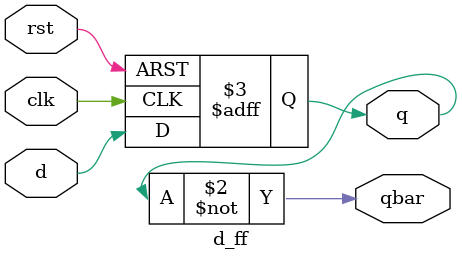
<source format=v>

module d_ff(input clk,rst,d,output reg q,output qbar);

always@(posedge clk or posedge rst)begin
if(rst)
q<=0;
else
q<=d;
end
assign qbar=~q;
endmodule

</source>
